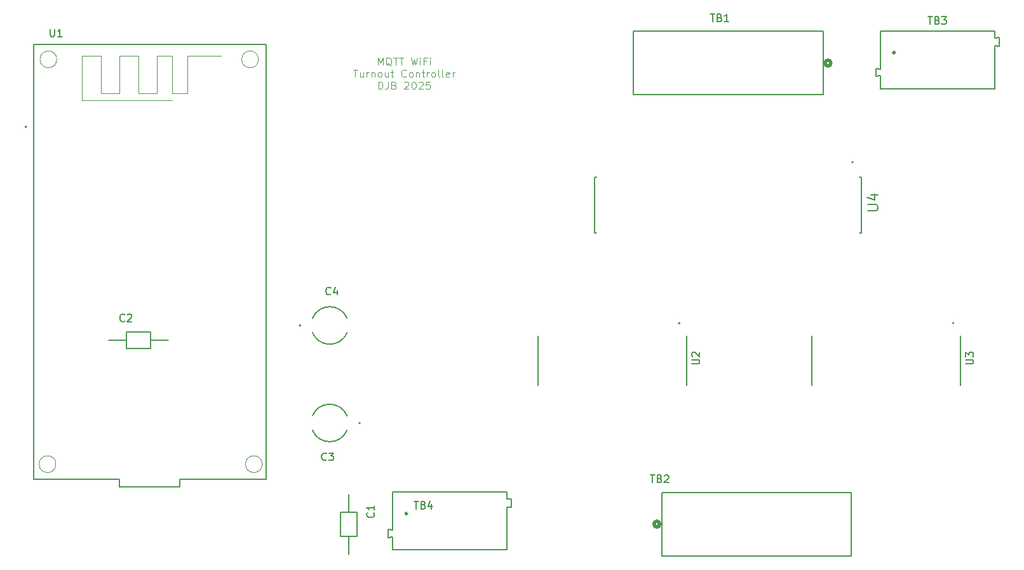
<source format=gbr>
%TF.GenerationSoftware,KiCad,Pcbnew,9.0.0*%
%TF.CreationDate,2025-03-07T14:01:18-07:00*%
%TF.ProjectId,Cntrlr-Turnout,436e7472-6c72-42d5-9475-726e6f75742e,rev?*%
%TF.SameCoordinates,Original*%
%TF.FileFunction,Legend,Top*%
%TF.FilePolarity,Positive*%
%FSLAX46Y46*%
G04 Gerber Fmt 4.6, Leading zero omitted, Abs format (unit mm)*
G04 Created by KiCad (PCBNEW 9.0.0) date 2025-03-07 14:01:18*
%MOMM*%
%LPD*%
G01*
G04 APERTURE LIST*
%ADD10C,0.100000*%
%ADD11C,0.150000*%
%ADD12C,0.127000*%
%ADD13C,0.200000*%
%ADD14C,0.300000*%
%ADD15C,0.152400*%
%ADD16C,0.508000*%
G04 APERTURE END LIST*
D10*
X127023810Y-60152531D02*
X127023810Y-59152531D01*
X127023810Y-59152531D02*
X127357143Y-59866816D01*
X127357143Y-59866816D02*
X127690476Y-59152531D01*
X127690476Y-59152531D02*
X127690476Y-60152531D01*
X128833333Y-60247769D02*
X128738095Y-60200150D01*
X128738095Y-60200150D02*
X128642857Y-60104912D01*
X128642857Y-60104912D02*
X128500000Y-59962054D01*
X128500000Y-59962054D02*
X128404762Y-59914435D01*
X128404762Y-59914435D02*
X128309524Y-59914435D01*
X128357143Y-60152531D02*
X128261905Y-60104912D01*
X128261905Y-60104912D02*
X128166667Y-60009673D01*
X128166667Y-60009673D02*
X128119048Y-59819197D01*
X128119048Y-59819197D02*
X128119048Y-59485864D01*
X128119048Y-59485864D02*
X128166667Y-59295388D01*
X128166667Y-59295388D02*
X128261905Y-59200150D01*
X128261905Y-59200150D02*
X128357143Y-59152531D01*
X128357143Y-59152531D02*
X128547619Y-59152531D01*
X128547619Y-59152531D02*
X128642857Y-59200150D01*
X128642857Y-59200150D02*
X128738095Y-59295388D01*
X128738095Y-59295388D02*
X128785714Y-59485864D01*
X128785714Y-59485864D02*
X128785714Y-59819197D01*
X128785714Y-59819197D02*
X128738095Y-60009673D01*
X128738095Y-60009673D02*
X128642857Y-60104912D01*
X128642857Y-60104912D02*
X128547619Y-60152531D01*
X128547619Y-60152531D02*
X128357143Y-60152531D01*
X129071429Y-59152531D02*
X129642857Y-59152531D01*
X129357143Y-60152531D02*
X129357143Y-59152531D01*
X129833334Y-59152531D02*
X130404762Y-59152531D01*
X130119048Y-60152531D02*
X130119048Y-59152531D01*
X131404763Y-59152531D02*
X131642858Y-60152531D01*
X131642858Y-60152531D02*
X131833334Y-59438245D01*
X131833334Y-59438245D02*
X132023810Y-60152531D01*
X132023810Y-60152531D02*
X132261906Y-59152531D01*
X132642858Y-60152531D02*
X132642858Y-59485864D01*
X132642858Y-59152531D02*
X132595239Y-59200150D01*
X132595239Y-59200150D02*
X132642858Y-59247769D01*
X132642858Y-59247769D02*
X132690477Y-59200150D01*
X132690477Y-59200150D02*
X132642858Y-59152531D01*
X132642858Y-59152531D02*
X132642858Y-59247769D01*
X133452381Y-59628721D02*
X133119048Y-59628721D01*
X133119048Y-60152531D02*
X133119048Y-59152531D01*
X133119048Y-59152531D02*
X133595238Y-59152531D01*
X133976191Y-60152531D02*
X133976191Y-59485864D01*
X133976191Y-59152531D02*
X133928572Y-59200150D01*
X133928572Y-59200150D02*
X133976191Y-59247769D01*
X133976191Y-59247769D02*
X134023810Y-59200150D01*
X134023810Y-59200150D02*
X133976191Y-59152531D01*
X133976191Y-59152531D02*
X133976191Y-59247769D01*
X123714284Y-60762475D02*
X124285712Y-60762475D01*
X123999998Y-61762475D02*
X123999998Y-60762475D01*
X125047617Y-61095808D02*
X125047617Y-61762475D01*
X124619046Y-61095808D02*
X124619046Y-61619617D01*
X124619046Y-61619617D02*
X124666665Y-61714856D01*
X124666665Y-61714856D02*
X124761903Y-61762475D01*
X124761903Y-61762475D02*
X124904760Y-61762475D01*
X124904760Y-61762475D02*
X124999998Y-61714856D01*
X124999998Y-61714856D02*
X125047617Y-61667236D01*
X125523808Y-61762475D02*
X125523808Y-61095808D01*
X125523808Y-61286284D02*
X125571427Y-61191046D01*
X125571427Y-61191046D02*
X125619046Y-61143427D01*
X125619046Y-61143427D02*
X125714284Y-61095808D01*
X125714284Y-61095808D02*
X125809522Y-61095808D01*
X126142856Y-61095808D02*
X126142856Y-61762475D01*
X126142856Y-61191046D02*
X126190475Y-61143427D01*
X126190475Y-61143427D02*
X126285713Y-61095808D01*
X126285713Y-61095808D02*
X126428570Y-61095808D01*
X126428570Y-61095808D02*
X126523808Y-61143427D01*
X126523808Y-61143427D02*
X126571427Y-61238665D01*
X126571427Y-61238665D02*
X126571427Y-61762475D01*
X127190475Y-61762475D02*
X127095237Y-61714856D01*
X127095237Y-61714856D02*
X127047618Y-61667236D01*
X127047618Y-61667236D02*
X126999999Y-61571998D01*
X126999999Y-61571998D02*
X126999999Y-61286284D01*
X126999999Y-61286284D02*
X127047618Y-61191046D01*
X127047618Y-61191046D02*
X127095237Y-61143427D01*
X127095237Y-61143427D02*
X127190475Y-61095808D01*
X127190475Y-61095808D02*
X127333332Y-61095808D01*
X127333332Y-61095808D02*
X127428570Y-61143427D01*
X127428570Y-61143427D02*
X127476189Y-61191046D01*
X127476189Y-61191046D02*
X127523808Y-61286284D01*
X127523808Y-61286284D02*
X127523808Y-61571998D01*
X127523808Y-61571998D02*
X127476189Y-61667236D01*
X127476189Y-61667236D02*
X127428570Y-61714856D01*
X127428570Y-61714856D02*
X127333332Y-61762475D01*
X127333332Y-61762475D02*
X127190475Y-61762475D01*
X128380951Y-61095808D02*
X128380951Y-61762475D01*
X127952380Y-61095808D02*
X127952380Y-61619617D01*
X127952380Y-61619617D02*
X127999999Y-61714856D01*
X127999999Y-61714856D02*
X128095237Y-61762475D01*
X128095237Y-61762475D02*
X128238094Y-61762475D01*
X128238094Y-61762475D02*
X128333332Y-61714856D01*
X128333332Y-61714856D02*
X128380951Y-61667236D01*
X128714285Y-61095808D02*
X129095237Y-61095808D01*
X128857142Y-60762475D02*
X128857142Y-61619617D01*
X128857142Y-61619617D02*
X128904761Y-61714856D01*
X128904761Y-61714856D02*
X128999999Y-61762475D01*
X128999999Y-61762475D02*
X129095237Y-61762475D01*
X130761904Y-61667236D02*
X130714285Y-61714856D01*
X130714285Y-61714856D02*
X130571428Y-61762475D01*
X130571428Y-61762475D02*
X130476190Y-61762475D01*
X130476190Y-61762475D02*
X130333333Y-61714856D01*
X130333333Y-61714856D02*
X130238095Y-61619617D01*
X130238095Y-61619617D02*
X130190476Y-61524379D01*
X130190476Y-61524379D02*
X130142857Y-61333903D01*
X130142857Y-61333903D02*
X130142857Y-61191046D01*
X130142857Y-61191046D02*
X130190476Y-61000570D01*
X130190476Y-61000570D02*
X130238095Y-60905332D01*
X130238095Y-60905332D02*
X130333333Y-60810094D01*
X130333333Y-60810094D02*
X130476190Y-60762475D01*
X130476190Y-60762475D02*
X130571428Y-60762475D01*
X130571428Y-60762475D02*
X130714285Y-60810094D01*
X130714285Y-60810094D02*
X130761904Y-60857713D01*
X131333333Y-61762475D02*
X131238095Y-61714856D01*
X131238095Y-61714856D02*
X131190476Y-61667236D01*
X131190476Y-61667236D02*
X131142857Y-61571998D01*
X131142857Y-61571998D02*
X131142857Y-61286284D01*
X131142857Y-61286284D02*
X131190476Y-61191046D01*
X131190476Y-61191046D02*
X131238095Y-61143427D01*
X131238095Y-61143427D02*
X131333333Y-61095808D01*
X131333333Y-61095808D02*
X131476190Y-61095808D01*
X131476190Y-61095808D02*
X131571428Y-61143427D01*
X131571428Y-61143427D02*
X131619047Y-61191046D01*
X131619047Y-61191046D02*
X131666666Y-61286284D01*
X131666666Y-61286284D02*
X131666666Y-61571998D01*
X131666666Y-61571998D02*
X131619047Y-61667236D01*
X131619047Y-61667236D02*
X131571428Y-61714856D01*
X131571428Y-61714856D02*
X131476190Y-61762475D01*
X131476190Y-61762475D02*
X131333333Y-61762475D01*
X132095238Y-61095808D02*
X132095238Y-61762475D01*
X132095238Y-61191046D02*
X132142857Y-61143427D01*
X132142857Y-61143427D02*
X132238095Y-61095808D01*
X132238095Y-61095808D02*
X132380952Y-61095808D01*
X132380952Y-61095808D02*
X132476190Y-61143427D01*
X132476190Y-61143427D02*
X132523809Y-61238665D01*
X132523809Y-61238665D02*
X132523809Y-61762475D01*
X132857143Y-61095808D02*
X133238095Y-61095808D01*
X133000000Y-60762475D02*
X133000000Y-61619617D01*
X133000000Y-61619617D02*
X133047619Y-61714856D01*
X133047619Y-61714856D02*
X133142857Y-61762475D01*
X133142857Y-61762475D02*
X133238095Y-61762475D01*
X133571429Y-61762475D02*
X133571429Y-61095808D01*
X133571429Y-61286284D02*
X133619048Y-61191046D01*
X133619048Y-61191046D02*
X133666667Y-61143427D01*
X133666667Y-61143427D02*
X133761905Y-61095808D01*
X133761905Y-61095808D02*
X133857143Y-61095808D01*
X134333334Y-61762475D02*
X134238096Y-61714856D01*
X134238096Y-61714856D02*
X134190477Y-61667236D01*
X134190477Y-61667236D02*
X134142858Y-61571998D01*
X134142858Y-61571998D02*
X134142858Y-61286284D01*
X134142858Y-61286284D02*
X134190477Y-61191046D01*
X134190477Y-61191046D02*
X134238096Y-61143427D01*
X134238096Y-61143427D02*
X134333334Y-61095808D01*
X134333334Y-61095808D02*
X134476191Y-61095808D01*
X134476191Y-61095808D02*
X134571429Y-61143427D01*
X134571429Y-61143427D02*
X134619048Y-61191046D01*
X134619048Y-61191046D02*
X134666667Y-61286284D01*
X134666667Y-61286284D02*
X134666667Y-61571998D01*
X134666667Y-61571998D02*
X134619048Y-61667236D01*
X134619048Y-61667236D02*
X134571429Y-61714856D01*
X134571429Y-61714856D02*
X134476191Y-61762475D01*
X134476191Y-61762475D02*
X134333334Y-61762475D01*
X135238096Y-61762475D02*
X135142858Y-61714856D01*
X135142858Y-61714856D02*
X135095239Y-61619617D01*
X135095239Y-61619617D02*
X135095239Y-60762475D01*
X135761906Y-61762475D02*
X135666668Y-61714856D01*
X135666668Y-61714856D02*
X135619049Y-61619617D01*
X135619049Y-61619617D02*
X135619049Y-60762475D01*
X136523811Y-61714856D02*
X136428573Y-61762475D01*
X136428573Y-61762475D02*
X136238097Y-61762475D01*
X136238097Y-61762475D02*
X136142859Y-61714856D01*
X136142859Y-61714856D02*
X136095240Y-61619617D01*
X136095240Y-61619617D02*
X136095240Y-61238665D01*
X136095240Y-61238665D02*
X136142859Y-61143427D01*
X136142859Y-61143427D02*
X136238097Y-61095808D01*
X136238097Y-61095808D02*
X136428573Y-61095808D01*
X136428573Y-61095808D02*
X136523811Y-61143427D01*
X136523811Y-61143427D02*
X136571430Y-61238665D01*
X136571430Y-61238665D02*
X136571430Y-61333903D01*
X136571430Y-61333903D02*
X136095240Y-61429141D01*
X137000002Y-61762475D02*
X137000002Y-61095808D01*
X137000002Y-61286284D02*
X137047621Y-61191046D01*
X137047621Y-61191046D02*
X137095240Y-61143427D01*
X137095240Y-61143427D02*
X137190478Y-61095808D01*
X137190478Y-61095808D02*
X137285716Y-61095808D01*
X127071428Y-63372419D02*
X127071428Y-62372419D01*
X127071428Y-62372419D02*
X127309523Y-62372419D01*
X127309523Y-62372419D02*
X127452380Y-62420038D01*
X127452380Y-62420038D02*
X127547618Y-62515276D01*
X127547618Y-62515276D02*
X127595237Y-62610514D01*
X127595237Y-62610514D02*
X127642856Y-62800990D01*
X127642856Y-62800990D02*
X127642856Y-62943847D01*
X127642856Y-62943847D02*
X127595237Y-63134323D01*
X127595237Y-63134323D02*
X127547618Y-63229561D01*
X127547618Y-63229561D02*
X127452380Y-63324800D01*
X127452380Y-63324800D02*
X127309523Y-63372419D01*
X127309523Y-63372419D02*
X127071428Y-63372419D01*
X128357142Y-62372419D02*
X128357142Y-63086704D01*
X128357142Y-63086704D02*
X128309523Y-63229561D01*
X128309523Y-63229561D02*
X128214285Y-63324800D01*
X128214285Y-63324800D02*
X128071428Y-63372419D01*
X128071428Y-63372419D02*
X127976190Y-63372419D01*
X129166666Y-62848609D02*
X129309523Y-62896228D01*
X129309523Y-62896228D02*
X129357142Y-62943847D01*
X129357142Y-62943847D02*
X129404761Y-63039085D01*
X129404761Y-63039085D02*
X129404761Y-63181942D01*
X129404761Y-63181942D02*
X129357142Y-63277180D01*
X129357142Y-63277180D02*
X129309523Y-63324800D01*
X129309523Y-63324800D02*
X129214285Y-63372419D01*
X129214285Y-63372419D02*
X128833333Y-63372419D01*
X128833333Y-63372419D02*
X128833333Y-62372419D01*
X128833333Y-62372419D02*
X129166666Y-62372419D01*
X129166666Y-62372419D02*
X129261904Y-62420038D01*
X129261904Y-62420038D02*
X129309523Y-62467657D01*
X129309523Y-62467657D02*
X129357142Y-62562895D01*
X129357142Y-62562895D02*
X129357142Y-62658133D01*
X129357142Y-62658133D02*
X129309523Y-62753371D01*
X129309523Y-62753371D02*
X129261904Y-62800990D01*
X129261904Y-62800990D02*
X129166666Y-62848609D01*
X129166666Y-62848609D02*
X128833333Y-62848609D01*
X130547619Y-62467657D02*
X130595238Y-62420038D01*
X130595238Y-62420038D02*
X130690476Y-62372419D01*
X130690476Y-62372419D02*
X130928571Y-62372419D01*
X130928571Y-62372419D02*
X131023809Y-62420038D01*
X131023809Y-62420038D02*
X131071428Y-62467657D01*
X131071428Y-62467657D02*
X131119047Y-62562895D01*
X131119047Y-62562895D02*
X131119047Y-62658133D01*
X131119047Y-62658133D02*
X131071428Y-62800990D01*
X131071428Y-62800990D02*
X130500000Y-63372419D01*
X130500000Y-63372419D02*
X131119047Y-63372419D01*
X131738095Y-62372419D02*
X131833333Y-62372419D01*
X131833333Y-62372419D02*
X131928571Y-62420038D01*
X131928571Y-62420038D02*
X131976190Y-62467657D01*
X131976190Y-62467657D02*
X132023809Y-62562895D01*
X132023809Y-62562895D02*
X132071428Y-62753371D01*
X132071428Y-62753371D02*
X132071428Y-62991466D01*
X132071428Y-62991466D02*
X132023809Y-63181942D01*
X132023809Y-63181942D02*
X131976190Y-63277180D01*
X131976190Y-63277180D02*
X131928571Y-63324800D01*
X131928571Y-63324800D02*
X131833333Y-63372419D01*
X131833333Y-63372419D02*
X131738095Y-63372419D01*
X131738095Y-63372419D02*
X131642857Y-63324800D01*
X131642857Y-63324800D02*
X131595238Y-63277180D01*
X131595238Y-63277180D02*
X131547619Y-63181942D01*
X131547619Y-63181942D02*
X131500000Y-62991466D01*
X131500000Y-62991466D02*
X131500000Y-62753371D01*
X131500000Y-62753371D02*
X131547619Y-62562895D01*
X131547619Y-62562895D02*
X131595238Y-62467657D01*
X131595238Y-62467657D02*
X131642857Y-62420038D01*
X131642857Y-62420038D02*
X131738095Y-62372419D01*
X132452381Y-62467657D02*
X132500000Y-62420038D01*
X132500000Y-62420038D02*
X132595238Y-62372419D01*
X132595238Y-62372419D02*
X132833333Y-62372419D01*
X132833333Y-62372419D02*
X132928571Y-62420038D01*
X132928571Y-62420038D02*
X132976190Y-62467657D01*
X132976190Y-62467657D02*
X133023809Y-62562895D01*
X133023809Y-62562895D02*
X133023809Y-62658133D01*
X133023809Y-62658133D02*
X132976190Y-62800990D01*
X132976190Y-62800990D02*
X132404762Y-63372419D01*
X132404762Y-63372419D02*
X133023809Y-63372419D01*
X133928571Y-62372419D02*
X133452381Y-62372419D01*
X133452381Y-62372419D02*
X133404762Y-62848609D01*
X133404762Y-62848609D02*
X133452381Y-62800990D01*
X133452381Y-62800990D02*
X133547619Y-62753371D01*
X133547619Y-62753371D02*
X133785714Y-62753371D01*
X133785714Y-62753371D02*
X133880952Y-62800990D01*
X133880952Y-62800990D02*
X133928571Y-62848609D01*
X133928571Y-62848609D02*
X133976190Y-62943847D01*
X133976190Y-62943847D02*
X133976190Y-63181942D01*
X133976190Y-63181942D02*
X133928571Y-63277180D01*
X133928571Y-63277180D02*
X133880952Y-63324800D01*
X133880952Y-63324800D02*
X133785714Y-63372419D01*
X133785714Y-63372419D02*
X133547619Y-63372419D01*
X133547619Y-63372419D02*
X133452381Y-63324800D01*
X133452381Y-63324800D02*
X133404762Y-63277180D01*
D11*
X120722533Y-90711580D02*
X120674914Y-90759200D01*
X120674914Y-90759200D02*
X120532057Y-90806819D01*
X120532057Y-90806819D02*
X120436819Y-90806819D01*
X120436819Y-90806819D02*
X120293962Y-90759200D01*
X120293962Y-90759200D02*
X120198724Y-90663961D01*
X120198724Y-90663961D02*
X120151105Y-90568723D01*
X120151105Y-90568723D02*
X120103486Y-90378247D01*
X120103486Y-90378247D02*
X120103486Y-90235390D01*
X120103486Y-90235390D02*
X120151105Y-90044914D01*
X120151105Y-90044914D02*
X120198724Y-89949676D01*
X120198724Y-89949676D02*
X120293962Y-89854438D01*
X120293962Y-89854438D02*
X120436819Y-89806819D01*
X120436819Y-89806819D02*
X120532057Y-89806819D01*
X120532057Y-89806819D02*
X120674914Y-89854438D01*
X120674914Y-89854438D02*
X120722533Y-89902057D01*
X121579676Y-90140152D02*
X121579676Y-90806819D01*
X121341581Y-89759200D02*
X121103486Y-90473485D01*
X121103486Y-90473485D02*
X121722533Y-90473485D01*
X205379819Y-100026904D02*
X206189342Y-100026904D01*
X206189342Y-100026904D02*
X206284580Y-99979285D01*
X206284580Y-99979285D02*
X206332200Y-99931666D01*
X206332200Y-99931666D02*
X206379819Y-99836428D01*
X206379819Y-99836428D02*
X206379819Y-99645952D01*
X206379819Y-99645952D02*
X206332200Y-99550714D01*
X206332200Y-99550714D02*
X206284580Y-99503095D01*
X206284580Y-99503095D02*
X206189342Y-99455476D01*
X206189342Y-99455476D02*
X205379819Y-99455476D01*
X205379819Y-99074523D02*
X205379819Y-98455476D01*
X205379819Y-98455476D02*
X205760771Y-98788809D01*
X205760771Y-98788809D02*
X205760771Y-98645952D01*
X205760771Y-98645952D02*
X205808390Y-98550714D01*
X205808390Y-98550714D02*
X205856009Y-98503095D01*
X205856009Y-98503095D02*
X205951247Y-98455476D01*
X205951247Y-98455476D02*
X206189342Y-98455476D01*
X206189342Y-98455476D02*
X206284580Y-98503095D01*
X206284580Y-98503095D02*
X206332200Y-98550714D01*
X206332200Y-98550714D02*
X206379819Y-98645952D01*
X206379819Y-98645952D02*
X206379819Y-98931666D01*
X206379819Y-98931666D02*
X206332200Y-99026904D01*
X206332200Y-99026904D02*
X206284580Y-99074523D01*
X192277700Y-79587420D02*
X193412972Y-79587420D01*
X193412972Y-79587420D02*
X193546533Y-79520640D01*
X193546533Y-79520640D02*
X193613314Y-79453859D01*
X193613314Y-79453859D02*
X193680094Y-79320298D01*
X193680094Y-79320298D02*
X193680094Y-79053175D01*
X193680094Y-79053175D02*
X193613314Y-78919614D01*
X193613314Y-78919614D02*
X193546533Y-78852833D01*
X193546533Y-78852833D02*
X193412972Y-78786052D01*
X193412972Y-78786052D02*
X192277700Y-78786052D01*
X192745165Y-77517219D02*
X193680094Y-77517219D01*
X192210920Y-77851123D02*
X193212630Y-78185026D01*
X193212630Y-78185026D02*
X193212630Y-77316877D01*
X168879819Y-100026904D02*
X169689342Y-100026904D01*
X169689342Y-100026904D02*
X169784580Y-99979285D01*
X169784580Y-99979285D02*
X169832200Y-99931666D01*
X169832200Y-99931666D02*
X169879819Y-99836428D01*
X169879819Y-99836428D02*
X169879819Y-99645952D01*
X169879819Y-99645952D02*
X169832200Y-99550714D01*
X169832200Y-99550714D02*
X169784580Y-99503095D01*
X169784580Y-99503095D02*
X169689342Y-99455476D01*
X169689342Y-99455476D02*
X168879819Y-99455476D01*
X168975057Y-99026904D02*
X168927438Y-98979285D01*
X168927438Y-98979285D02*
X168879819Y-98884047D01*
X168879819Y-98884047D02*
X168879819Y-98645952D01*
X168879819Y-98645952D02*
X168927438Y-98550714D01*
X168927438Y-98550714D02*
X168975057Y-98503095D01*
X168975057Y-98503095D02*
X169070295Y-98455476D01*
X169070295Y-98455476D02*
X169165533Y-98455476D01*
X169165533Y-98455476D02*
X169308390Y-98503095D01*
X169308390Y-98503095D02*
X169879819Y-99074523D01*
X169879819Y-99074523D02*
X169879819Y-98455476D01*
X131838095Y-118354819D02*
X132409523Y-118354819D01*
X132123809Y-119354819D02*
X132123809Y-118354819D01*
X133076190Y-118831009D02*
X133219047Y-118878628D01*
X133219047Y-118878628D02*
X133266666Y-118926247D01*
X133266666Y-118926247D02*
X133314285Y-119021485D01*
X133314285Y-119021485D02*
X133314285Y-119164342D01*
X133314285Y-119164342D02*
X133266666Y-119259580D01*
X133266666Y-119259580D02*
X133219047Y-119307200D01*
X133219047Y-119307200D02*
X133123809Y-119354819D01*
X133123809Y-119354819D02*
X132742857Y-119354819D01*
X132742857Y-119354819D02*
X132742857Y-118354819D01*
X132742857Y-118354819D02*
X133076190Y-118354819D01*
X133076190Y-118354819D02*
X133171428Y-118402438D01*
X133171428Y-118402438D02*
X133219047Y-118450057D01*
X133219047Y-118450057D02*
X133266666Y-118545295D01*
X133266666Y-118545295D02*
X133266666Y-118640533D01*
X133266666Y-118640533D02*
X133219047Y-118735771D01*
X133219047Y-118735771D02*
X133171428Y-118783390D01*
X133171428Y-118783390D02*
X133076190Y-118831009D01*
X133076190Y-118831009D02*
X132742857Y-118831009D01*
X134171428Y-118688152D02*
X134171428Y-119354819D01*
X133933333Y-118307200D02*
X133695238Y-119021485D01*
X133695238Y-119021485D02*
X134314285Y-119021485D01*
X163338095Y-114854819D02*
X163909523Y-114854819D01*
X163623809Y-115854819D02*
X163623809Y-114854819D01*
X164576190Y-115331009D02*
X164719047Y-115378628D01*
X164719047Y-115378628D02*
X164766666Y-115426247D01*
X164766666Y-115426247D02*
X164814285Y-115521485D01*
X164814285Y-115521485D02*
X164814285Y-115664342D01*
X164814285Y-115664342D02*
X164766666Y-115759580D01*
X164766666Y-115759580D02*
X164719047Y-115807200D01*
X164719047Y-115807200D02*
X164623809Y-115854819D01*
X164623809Y-115854819D02*
X164242857Y-115854819D01*
X164242857Y-115854819D02*
X164242857Y-114854819D01*
X164242857Y-114854819D02*
X164576190Y-114854819D01*
X164576190Y-114854819D02*
X164671428Y-114902438D01*
X164671428Y-114902438D02*
X164719047Y-114950057D01*
X164719047Y-114950057D02*
X164766666Y-115045295D01*
X164766666Y-115045295D02*
X164766666Y-115140533D01*
X164766666Y-115140533D02*
X164719047Y-115235771D01*
X164719047Y-115235771D02*
X164671428Y-115283390D01*
X164671428Y-115283390D02*
X164576190Y-115331009D01*
X164576190Y-115331009D02*
X164242857Y-115331009D01*
X165195238Y-114950057D02*
X165242857Y-114902438D01*
X165242857Y-114902438D02*
X165338095Y-114854819D01*
X165338095Y-114854819D02*
X165576190Y-114854819D01*
X165576190Y-114854819D02*
X165671428Y-114902438D01*
X165671428Y-114902438D02*
X165719047Y-114950057D01*
X165719047Y-114950057D02*
X165766666Y-115045295D01*
X165766666Y-115045295D02*
X165766666Y-115140533D01*
X165766666Y-115140533D02*
X165719047Y-115283390D01*
X165719047Y-115283390D02*
X165147619Y-115854819D01*
X165147619Y-115854819D02*
X165766666Y-115854819D01*
X120144133Y-112807580D02*
X120096514Y-112855200D01*
X120096514Y-112855200D02*
X119953657Y-112902819D01*
X119953657Y-112902819D02*
X119858419Y-112902819D01*
X119858419Y-112902819D02*
X119715562Y-112855200D01*
X119715562Y-112855200D02*
X119620324Y-112759961D01*
X119620324Y-112759961D02*
X119572705Y-112664723D01*
X119572705Y-112664723D02*
X119525086Y-112474247D01*
X119525086Y-112474247D02*
X119525086Y-112331390D01*
X119525086Y-112331390D02*
X119572705Y-112140914D01*
X119572705Y-112140914D02*
X119620324Y-112045676D01*
X119620324Y-112045676D02*
X119715562Y-111950438D01*
X119715562Y-111950438D02*
X119858419Y-111902819D01*
X119858419Y-111902819D02*
X119953657Y-111902819D01*
X119953657Y-111902819D02*
X120096514Y-111950438D01*
X120096514Y-111950438D02*
X120144133Y-111998057D01*
X120477467Y-111902819D02*
X121096514Y-111902819D01*
X121096514Y-111902819D02*
X120763181Y-112283771D01*
X120763181Y-112283771D02*
X120906038Y-112283771D01*
X120906038Y-112283771D02*
X121001276Y-112331390D01*
X121001276Y-112331390D02*
X121048895Y-112379009D01*
X121048895Y-112379009D02*
X121096514Y-112474247D01*
X121096514Y-112474247D02*
X121096514Y-112712342D01*
X121096514Y-112712342D02*
X121048895Y-112807580D01*
X121048895Y-112807580D02*
X121001276Y-112855200D01*
X121001276Y-112855200D02*
X120906038Y-112902819D01*
X120906038Y-112902819D02*
X120620324Y-112902819D01*
X120620324Y-112902819D02*
X120525086Y-112855200D01*
X120525086Y-112855200D02*
X120477467Y-112807580D01*
X200338095Y-53719819D02*
X200909523Y-53719819D01*
X200623809Y-54719819D02*
X200623809Y-53719819D01*
X201576190Y-54196009D02*
X201719047Y-54243628D01*
X201719047Y-54243628D02*
X201766666Y-54291247D01*
X201766666Y-54291247D02*
X201814285Y-54386485D01*
X201814285Y-54386485D02*
X201814285Y-54529342D01*
X201814285Y-54529342D02*
X201766666Y-54624580D01*
X201766666Y-54624580D02*
X201719047Y-54672200D01*
X201719047Y-54672200D02*
X201623809Y-54719819D01*
X201623809Y-54719819D02*
X201242857Y-54719819D01*
X201242857Y-54719819D02*
X201242857Y-53719819D01*
X201242857Y-53719819D02*
X201576190Y-53719819D01*
X201576190Y-53719819D02*
X201671428Y-53767438D01*
X201671428Y-53767438D02*
X201719047Y-53815057D01*
X201719047Y-53815057D02*
X201766666Y-53910295D01*
X201766666Y-53910295D02*
X201766666Y-54005533D01*
X201766666Y-54005533D02*
X201719047Y-54100771D01*
X201719047Y-54100771D02*
X201671428Y-54148390D01*
X201671428Y-54148390D02*
X201576190Y-54196009D01*
X201576190Y-54196009D02*
X201242857Y-54196009D01*
X202147619Y-53719819D02*
X202766666Y-53719819D01*
X202766666Y-53719819D02*
X202433333Y-54100771D01*
X202433333Y-54100771D02*
X202576190Y-54100771D01*
X202576190Y-54100771D02*
X202671428Y-54148390D01*
X202671428Y-54148390D02*
X202719047Y-54196009D01*
X202719047Y-54196009D02*
X202766666Y-54291247D01*
X202766666Y-54291247D02*
X202766666Y-54529342D01*
X202766666Y-54529342D02*
X202719047Y-54624580D01*
X202719047Y-54624580D02*
X202671428Y-54672200D01*
X202671428Y-54672200D02*
X202576190Y-54719819D01*
X202576190Y-54719819D02*
X202290476Y-54719819D01*
X202290476Y-54719819D02*
X202195238Y-54672200D01*
X202195238Y-54672200D02*
X202147619Y-54624580D01*
X171338095Y-53354819D02*
X171909523Y-53354819D01*
X171623809Y-54354819D02*
X171623809Y-53354819D01*
X172576190Y-53831009D02*
X172719047Y-53878628D01*
X172719047Y-53878628D02*
X172766666Y-53926247D01*
X172766666Y-53926247D02*
X172814285Y-54021485D01*
X172814285Y-54021485D02*
X172814285Y-54164342D01*
X172814285Y-54164342D02*
X172766666Y-54259580D01*
X172766666Y-54259580D02*
X172719047Y-54307200D01*
X172719047Y-54307200D02*
X172623809Y-54354819D01*
X172623809Y-54354819D02*
X172242857Y-54354819D01*
X172242857Y-54354819D02*
X172242857Y-53354819D01*
X172242857Y-53354819D02*
X172576190Y-53354819D01*
X172576190Y-53354819D02*
X172671428Y-53402438D01*
X172671428Y-53402438D02*
X172719047Y-53450057D01*
X172719047Y-53450057D02*
X172766666Y-53545295D01*
X172766666Y-53545295D02*
X172766666Y-53640533D01*
X172766666Y-53640533D02*
X172719047Y-53735771D01*
X172719047Y-53735771D02*
X172671428Y-53783390D01*
X172671428Y-53783390D02*
X172576190Y-53831009D01*
X172576190Y-53831009D02*
X172242857Y-53831009D01*
X173766666Y-54354819D02*
X173195238Y-54354819D01*
X173480952Y-54354819D02*
X173480952Y-53354819D01*
X173480952Y-53354819D02*
X173385714Y-53497676D01*
X173385714Y-53497676D02*
X173290476Y-53592914D01*
X173290476Y-53592914D02*
X173195238Y-53640533D01*
X93254333Y-94274580D02*
X93206714Y-94322200D01*
X93206714Y-94322200D02*
X93063857Y-94369819D01*
X93063857Y-94369819D02*
X92968619Y-94369819D01*
X92968619Y-94369819D02*
X92825762Y-94322200D01*
X92825762Y-94322200D02*
X92730524Y-94226961D01*
X92730524Y-94226961D02*
X92682905Y-94131723D01*
X92682905Y-94131723D02*
X92635286Y-93941247D01*
X92635286Y-93941247D02*
X92635286Y-93798390D01*
X92635286Y-93798390D02*
X92682905Y-93607914D01*
X92682905Y-93607914D02*
X92730524Y-93512676D01*
X92730524Y-93512676D02*
X92825762Y-93417438D01*
X92825762Y-93417438D02*
X92968619Y-93369819D01*
X92968619Y-93369819D02*
X93063857Y-93369819D01*
X93063857Y-93369819D02*
X93206714Y-93417438D01*
X93206714Y-93417438D02*
X93254333Y-93465057D01*
X93635286Y-93465057D02*
X93682905Y-93417438D01*
X93682905Y-93417438D02*
X93778143Y-93369819D01*
X93778143Y-93369819D02*
X94016238Y-93369819D01*
X94016238Y-93369819D02*
X94111476Y-93417438D01*
X94111476Y-93417438D02*
X94159095Y-93465057D01*
X94159095Y-93465057D02*
X94206714Y-93560295D01*
X94206714Y-93560295D02*
X94206714Y-93655533D01*
X94206714Y-93655533D02*
X94159095Y-93798390D01*
X94159095Y-93798390D02*
X93587667Y-94369819D01*
X93587667Y-94369819D02*
X94206714Y-94369819D01*
X126444580Y-119887666D02*
X126492200Y-119935285D01*
X126492200Y-119935285D02*
X126539819Y-120078142D01*
X126539819Y-120078142D02*
X126539819Y-120173380D01*
X126539819Y-120173380D02*
X126492200Y-120316237D01*
X126492200Y-120316237D02*
X126396961Y-120411475D01*
X126396961Y-120411475D02*
X126301723Y-120459094D01*
X126301723Y-120459094D02*
X126111247Y-120506713D01*
X126111247Y-120506713D02*
X125968390Y-120506713D01*
X125968390Y-120506713D02*
X125777914Y-120459094D01*
X125777914Y-120459094D02*
X125682676Y-120411475D01*
X125682676Y-120411475D02*
X125587438Y-120316237D01*
X125587438Y-120316237D02*
X125539819Y-120173380D01*
X125539819Y-120173380D02*
X125539819Y-120078142D01*
X125539819Y-120078142D02*
X125587438Y-119935285D01*
X125587438Y-119935285D02*
X125635057Y-119887666D01*
X126539819Y-118935285D02*
X126539819Y-119506713D01*
X126539819Y-119220999D02*
X125539819Y-119220999D01*
X125539819Y-119220999D02*
X125682676Y-119316237D01*
X125682676Y-119316237D02*
X125777914Y-119411475D01*
X125777914Y-119411475D02*
X125825533Y-119506713D01*
X83338095Y-55354819D02*
X83338095Y-56164342D01*
X83338095Y-56164342D02*
X83385714Y-56259580D01*
X83385714Y-56259580D02*
X83433333Y-56307200D01*
X83433333Y-56307200D02*
X83528571Y-56354819D01*
X83528571Y-56354819D02*
X83719047Y-56354819D01*
X83719047Y-56354819D02*
X83814285Y-56307200D01*
X83814285Y-56307200D02*
X83861904Y-56259580D01*
X83861904Y-56259580D02*
X83909523Y-56164342D01*
X83909523Y-56164342D02*
X83909523Y-55354819D01*
X84909523Y-56354819D02*
X84338095Y-56354819D01*
X84623809Y-56354819D02*
X84623809Y-55354819D01*
X84623809Y-55354819D02*
X84528571Y-55497676D01*
X84528571Y-55497676D02*
X84433333Y-55592914D01*
X84433333Y-55592914D02*
X84338095Y-55640533D01*
D12*
%TO.C,C4*%
X118287500Y-93950000D02*
G75*
G02*
X122912500Y-93950000I2312500J-950005D01*
G01*
X122912500Y-95850000D02*
G75*
G02*
X118287500Y-95850000I-2312500J950005D01*
G01*
D13*
X116737000Y-94900000D02*
G75*
G02*
X116537000Y-94900000I-100000J0D01*
G01*
X116537000Y-94900000D02*
G75*
G02*
X116737000Y-94900000I100000J0D01*
G01*
D12*
%TO.C,U3*%
X184890000Y-96290000D02*
X184890000Y-102890000D01*
X204690000Y-96290000D02*
X204690000Y-102890000D01*
D13*
X203780000Y-94590000D02*
G75*
G02*
X203580000Y-94590000I-100000J0D01*
G01*
X203580000Y-94590000D02*
G75*
G02*
X203780000Y-94590000I100000J0D01*
G01*
D12*
%TO.C,U4*%
X155930000Y-75085000D02*
X156184000Y-75085000D01*
X155930000Y-82585000D02*
X155930000Y-75085000D01*
X155930000Y-82585000D02*
X156184000Y-82585000D01*
X191490000Y-75085000D02*
X191236000Y-75085000D01*
X191490000Y-82585000D02*
X191236000Y-82585000D01*
X191490000Y-82585000D02*
X191490000Y-75085000D01*
D13*
X190354300Y-73120580D02*
G75*
G02*
X190154300Y-73120580I-100000J0D01*
G01*
X190154300Y-73120580D02*
G75*
G02*
X190354300Y-73120580I100000J0D01*
G01*
D12*
%TO.C,U2*%
X148390000Y-96290000D02*
X148390000Y-102890000D01*
X168190000Y-96290000D02*
X168190000Y-102890000D01*
D13*
X167280000Y-94590000D02*
G75*
G02*
X167080000Y-94590000I-100000J0D01*
G01*
X167080000Y-94590000D02*
G75*
G02*
X167280000Y-94590000I100000J0D01*
G01*
%TO.C,TB4*%
X128400000Y-122125000D02*
X129000000Y-122200000D01*
X128400000Y-123175000D02*
X128400000Y-122125000D01*
X129000000Y-117100000D02*
X144200000Y-117100000D01*
X129000000Y-122200000D02*
X129000000Y-117100000D01*
X129000000Y-123100000D02*
X128400000Y-123175000D01*
X129000000Y-124800000D02*
X129000000Y-123100000D01*
X144200000Y-117100000D02*
X144200000Y-118050000D01*
X144200000Y-118050000D02*
X144800000Y-118000000D01*
X144200000Y-119100000D02*
X144200000Y-124800000D01*
X144200000Y-124800000D02*
X129000000Y-124800000D01*
X144800000Y-118000000D02*
X144800000Y-119150000D01*
X144800000Y-119150000D02*
X144200000Y-119100000D01*
D14*
X130900000Y-120000000D02*
G75*
G02*
X130700000Y-120000000I-100000J0D01*
G01*
X130700000Y-120000000D02*
G75*
G02*
X130900000Y-120000000I100000J0D01*
G01*
D15*
%TO.C,TB2*%
X164833000Y-117173001D02*
X164833000Y-125627002D01*
X164833000Y-125627002D02*
X190100000Y-125627000D01*
X190100000Y-117172999D02*
X164833000Y-117173001D01*
X190100000Y-125627000D02*
X190100000Y-117172999D01*
D16*
X164579000Y-121400000D02*
G75*
G02*
X163817000Y-121400000I-381000J0D01*
G01*
X163817000Y-121400000D02*
G75*
G02*
X164579000Y-121400000I381000J0D01*
G01*
D12*
%TO.C,C3*%
X118287500Y-106950000D02*
G75*
G02*
X122912500Y-106950000I2312500J-950005D01*
G01*
X122912500Y-108850000D02*
G75*
G02*
X118287500Y-108850000I-2312500J950005D01*
G01*
D13*
X124663000Y-107900000D02*
G75*
G02*
X124463000Y-107900000I-100000J0D01*
G01*
X124463000Y-107900000D02*
G75*
G02*
X124663000Y-107900000I100000J0D01*
G01*
%TO.C,TB3*%
X193400000Y-60625000D02*
X194000000Y-60700000D01*
X193400000Y-61675000D02*
X193400000Y-60625000D01*
X194000000Y-55600000D02*
X209200000Y-55600000D01*
X194000000Y-60700000D02*
X194000000Y-55600000D01*
X194000000Y-61600000D02*
X193400000Y-61675000D01*
X194000000Y-63300000D02*
X194000000Y-61600000D01*
X209200000Y-55600000D02*
X209200000Y-56550000D01*
X209200000Y-56550000D02*
X209800000Y-56500000D01*
X209200000Y-57600000D02*
X209200000Y-63300000D01*
X209200000Y-63300000D02*
X194000000Y-63300000D01*
X209800000Y-56500000D02*
X209800000Y-57650000D01*
X209800000Y-57650000D02*
X209200000Y-57600000D01*
D14*
X195900000Y-58500000D02*
G75*
G02*
X195700000Y-58500000I-100000J0D01*
G01*
X195700000Y-58500000D02*
G75*
G02*
X195900000Y-58500000I100000J0D01*
G01*
D15*
%TO.C,TB1*%
X161100000Y-55673000D02*
X161100000Y-64127001D01*
X161100000Y-64127001D02*
X186367000Y-64126999D01*
X186367000Y-55672998D02*
X161100000Y-55673000D01*
X186367000Y-64126999D02*
X186367000Y-55672998D01*
D16*
X187383000Y-59900000D02*
G75*
G02*
X186621000Y-59900000I-381000J0D01*
G01*
X186621000Y-59900000D02*
G75*
G02*
X187383000Y-59900000I381000J0D01*
G01*
D12*
%TO.C,C2*%
X93500000Y-95800000D02*
X96700000Y-95800000D01*
X93500000Y-96900000D02*
X91100000Y-96900000D01*
X93500000Y-96900000D02*
X93500000Y-95800000D01*
X93500000Y-98000000D02*
X93500000Y-96900000D01*
X96700000Y-95800000D02*
X96700000Y-96900000D01*
X96700000Y-96900000D02*
X96700000Y-98000000D01*
X96700000Y-96900000D02*
X99100000Y-96900000D01*
X96700000Y-98000000D02*
X93500000Y-98000000D01*
%TO.C,C1*%
X122000000Y-119800000D02*
X123100000Y-119800000D01*
X122000000Y-123000000D02*
X122000000Y-119800000D01*
X123100000Y-119800000D02*
X123100000Y-117400000D01*
X123100000Y-119800000D02*
X124200000Y-119800000D01*
X123100000Y-123000000D02*
X122000000Y-123000000D01*
X123100000Y-123000000D02*
X123100000Y-125400000D01*
X124200000Y-119800000D02*
X124200000Y-123000000D01*
X124200000Y-123000000D02*
X123100000Y-123000000D01*
%TO.C,U1*%
X81100000Y-57400000D02*
X112100000Y-57400000D01*
X81100000Y-115350000D02*
X81100000Y-57400000D01*
D10*
X87600000Y-58900000D02*
X87600000Y-64900000D01*
X87600000Y-58900000D02*
X90100000Y-58900000D01*
X87600000Y-64900000D02*
X99600000Y-64900000D01*
X90100000Y-58900000D02*
X90100000Y-63900000D01*
X90100000Y-63900000D02*
X92600000Y-63900000D01*
X92600000Y-58900000D02*
X95100000Y-58900000D01*
X92600000Y-63900000D02*
X92600000Y-58900000D01*
D12*
X92600000Y-115400000D02*
X81100000Y-115400000D01*
X92600000Y-115400000D02*
X92600000Y-116400000D01*
X92600000Y-116400000D02*
X100600000Y-116400000D01*
D10*
X95100000Y-63900000D02*
X95100000Y-58900000D01*
X95100000Y-63900000D02*
X97600000Y-63900000D01*
X97600000Y-58900000D02*
X99600000Y-58900000D01*
X97600000Y-63900000D02*
X97600000Y-58900000D01*
X99600000Y-58900000D02*
X99600000Y-63900000D01*
X99600000Y-63900000D02*
X101600000Y-63900000D01*
D12*
X100600000Y-116400000D02*
X100600000Y-115400000D01*
D10*
X101600000Y-58900000D02*
X106100000Y-58900000D01*
X101600000Y-63900000D02*
X101600000Y-58900000D01*
D12*
X112100000Y-57400000D02*
X112100000Y-115400000D01*
X112100000Y-115400000D02*
X100600000Y-115400000D01*
D13*
X80200000Y-68400000D02*
G75*
G02*
X80000000Y-68400000I-100000J0D01*
G01*
X80000000Y-68400000D02*
G75*
G02*
X80200000Y-68400000I100000J0D01*
G01*
D10*
X84100000Y-113400000D02*
G75*
G02*
X81863932Y-113400000I-1118034J0D01*
G01*
X81863932Y-113400000D02*
G75*
G02*
X84100000Y-113400000I1118034J0D01*
G01*
X84218034Y-59400000D02*
G75*
G02*
X81981966Y-59400000I-1118034J0D01*
G01*
X81981966Y-59400000D02*
G75*
G02*
X84218034Y-59400000I1118034J0D01*
G01*
X111100000Y-59400000D02*
G75*
G02*
X108863932Y-59400000I-1118034J0D01*
G01*
X108863932Y-59400000D02*
G75*
G02*
X111100000Y-59400000I1118034J0D01*
G01*
X111600000Y-113400000D02*
G75*
G02*
X109363932Y-113400000I-1118034J0D01*
G01*
X109363932Y-113400000D02*
G75*
G02*
X111600000Y-113400000I1118034J0D01*
G01*
%TD*%
M02*

</source>
